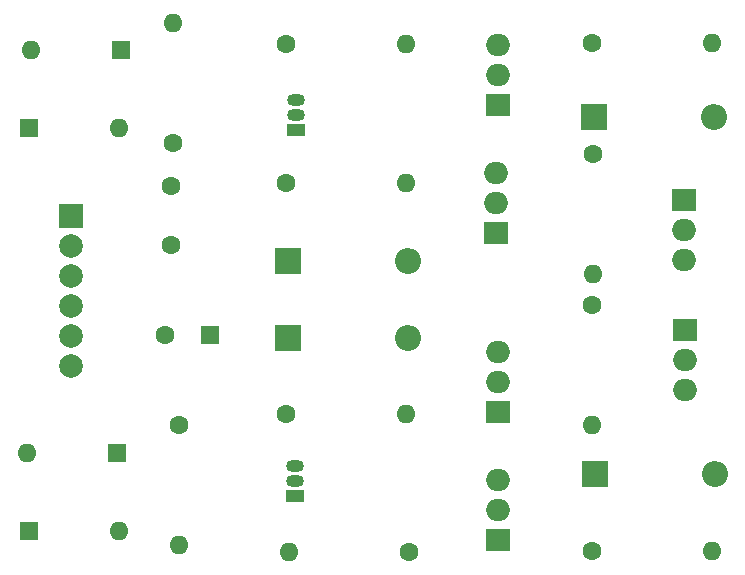
<source format=gbr>
%TF.GenerationSoftware,KiCad,Pcbnew,8.0.8*%
%TF.CreationDate,2025-03-29T12:35:08-04:00*%
%TF.ProjectId,h-bridge,682d6272-6964-4676-952e-6b696361645f,rev?*%
%TF.SameCoordinates,Original*%
%TF.FileFunction,Soldermask,Bot*%
%TF.FilePolarity,Negative*%
%FSLAX46Y46*%
G04 Gerber Fmt 4.6, Leading zero omitted, Abs format (unit mm)*
G04 Created by KiCad (PCBNEW 8.0.8) date 2025-03-29 12:35:08*
%MOMM*%
%LPD*%
G01*
G04 APERTURE LIST*
%ADD10C,1.600000*%
%ADD11R,1.600000X1.600000*%
%ADD12O,1.600000X1.600000*%
%ADD13R,2.000000X1.905000*%
%ADD14O,2.000000X1.905000*%
%ADD15R,2.000000X2.000000*%
%ADD16C,2.000000*%
%ADD17R,1.500000X1.050000*%
%ADD18O,1.500000X1.050000*%
%ADD19R,2.200000X2.200000*%
%ADD20O,2.200000X2.200000*%
G04 APERTURE END LIST*
D10*
%TO.C,C2*%
X109889698Y-97375000D03*
D11*
X113689698Y-97375000D03*
%TD*%
D10*
%TO.C,R6*%
X146075000Y-72625000D03*
D12*
X156235000Y-72625000D03*
%TD*%
D13*
%TO.C,Q6*%
X138045000Y-103845000D03*
D14*
X138045000Y-101305000D03*
X138045000Y-98765000D03*
%TD*%
D10*
%TO.C,R9*%
X120175000Y-104075000D03*
D12*
X130335000Y-104075000D03*
%TD*%
%TO.C,R10*%
X120365000Y-115725000D03*
D10*
X130525000Y-115725000D03*
%TD*%
D14*
%TO.C,Q4*%
X137955000Y-83655000D03*
X137955000Y-86195000D03*
D13*
X137955000Y-88735000D03*
%TD*%
%TO.C,Q3*%
X153885000Y-96955000D03*
D14*
X153885000Y-99495000D03*
X153885000Y-102035000D03*
%TD*%
D15*
%TO.C,J1*%
X101905000Y-87315000D03*
D16*
X101905000Y-89855000D03*
X101905000Y-92395000D03*
X101905000Y-94935000D03*
X101905000Y-97475000D03*
X101905000Y-100015000D03*
%TD*%
D10*
%TO.C,R7*%
X146075000Y-115675000D03*
D12*
X156235000Y-115675000D03*
%TD*%
D13*
%TO.C,Q7*%
X153805000Y-85955000D03*
D14*
X153805000Y-88495000D03*
X153805000Y-91035000D03*
%TD*%
D12*
%TO.C,R3*%
X130335000Y-72725000D03*
D10*
X120175000Y-72725000D03*
%TD*%
D12*
%TO.C,R4*%
X130335000Y-84525000D03*
D10*
X120175000Y-84525000D03*
%TD*%
D11*
%TO.C,D2*%
X98345000Y-79825000D03*
D12*
X105965000Y-79825000D03*
%TD*%
D10*
%TO.C,R1*%
X110575000Y-81125000D03*
D12*
X110575000Y-70965000D03*
%TD*%
%TO.C,D4*%
X105965000Y-113925000D03*
D11*
X98345000Y-113925000D03*
%TD*%
D10*
%TO.C,R5*%
X146075000Y-94825000D03*
D12*
X146075000Y-104985000D03*
%TD*%
D10*
%TO.C,R2*%
X111075000Y-104975000D03*
D12*
X111075000Y-115135000D03*
%TD*%
%TO.C,R8*%
X146125000Y-92235000D03*
D10*
X146125000Y-82075000D03*
%TD*%
%TO.C,C1*%
X110385000Y-84785000D03*
X110385000Y-89785000D03*
%TD*%
D11*
%TO.C,D3*%
X105845000Y-107375000D03*
D12*
X98225000Y-107375000D03*
%TD*%
D11*
%TO.C,D1*%
X106155000Y-73225000D03*
D12*
X98535000Y-73225000D03*
%TD*%
D13*
%TO.C,Q5*%
X138045000Y-114725000D03*
D14*
X138045000Y-112185000D03*
X138045000Y-109645000D03*
%TD*%
D17*
%TO.C,Q8*%
X120885000Y-111025000D03*
D18*
X120885000Y-109755000D03*
X120885000Y-108485000D03*
%TD*%
%TO.C,Q1*%
X120945000Y-77435000D03*
X120945000Y-78705000D03*
D17*
X120945000Y-79975000D03*
%TD*%
D13*
%TO.C,Q2*%
X138045000Y-77925000D03*
D14*
X138045000Y-75385000D03*
X138045000Y-72845000D03*
%TD*%
D19*
%TO.C,D8*%
X146235000Y-78875000D03*
D20*
X156395000Y-78875000D03*
%TD*%
D19*
%TO.C,D7*%
X120335000Y-97625000D03*
D20*
X130495000Y-97625000D03*
%TD*%
%TO.C,D6*%
X156425000Y-109125000D03*
D19*
X146265000Y-109125000D03*
%TD*%
D20*
%TO.C,D5*%
X130495000Y-91125000D03*
D19*
X120335000Y-91125000D03*
%TD*%
M02*

</source>
